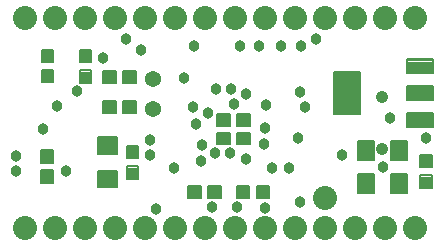
<source format=gbs>
G75*
G70*
%OFA0B0*%
%FSLAX24Y24*%
%IPPOS*%
%LPD*%
%AMOC8*
5,1,8,0,0,1.08239X$1,22.5*
%
%ADD10C,0.0067*%
%ADD11C,0.0068*%
%ADD12C,0.0070*%
%ADD13C,0.0065*%
%ADD14C,0.0414*%
%ADD15C,0.0800*%
%ADD16C,0.0540*%
%ADD17C,0.0380*%
D10*
X016171Y007411D02*
X016795Y007411D01*
X016795Y006867D01*
X016171Y006867D01*
X016171Y007411D01*
X016171Y006933D02*
X016795Y006933D01*
X016795Y006999D02*
X016171Y006999D01*
X016171Y007065D02*
X016795Y007065D01*
X016795Y007131D02*
X016171Y007131D01*
X016171Y007197D02*
X016795Y007197D01*
X016795Y007263D02*
X016171Y007263D01*
X016171Y007329D02*
X016795Y007329D01*
X016795Y007395D02*
X016171Y007395D01*
X016171Y008513D02*
X016795Y008513D01*
X016795Y007969D01*
X016171Y007969D01*
X016171Y008513D01*
X016171Y008035D02*
X016795Y008035D01*
X016795Y008101D02*
X016171Y008101D01*
X016171Y008167D02*
X016795Y008167D01*
X016795Y008233D02*
X016171Y008233D01*
X016171Y008299D02*
X016795Y008299D01*
X016795Y008365D02*
X016171Y008365D01*
X016171Y008431D02*
X016795Y008431D01*
X016795Y008497D02*
X016171Y008497D01*
X025354Y008402D02*
X025354Y007778D01*
X024810Y007778D01*
X024810Y008402D01*
X025354Y008402D01*
X025354Y007844D02*
X024810Y007844D01*
X024810Y007910D02*
X025354Y007910D01*
X025354Y007976D02*
X024810Y007976D01*
X024810Y008042D02*
X025354Y008042D01*
X025354Y008108D02*
X024810Y008108D01*
X024810Y008174D02*
X025354Y008174D01*
X025354Y008240D02*
X024810Y008240D01*
X024810Y008306D02*
X025354Y008306D01*
X025354Y008372D02*
X024810Y008372D01*
X026457Y008402D02*
X026457Y007778D01*
X025913Y007778D01*
X025913Y008402D01*
X026457Y008402D01*
X026457Y007844D02*
X025913Y007844D01*
X025913Y007910D02*
X026457Y007910D01*
X026457Y007976D02*
X025913Y007976D01*
X025913Y008042D02*
X026457Y008042D01*
X026457Y008108D02*
X025913Y008108D01*
X025913Y008174D02*
X026457Y008174D01*
X026457Y008240D02*
X025913Y008240D01*
X025913Y008306D02*
X026457Y008306D01*
X026457Y008372D02*
X025913Y008372D01*
X026457Y007302D02*
X026457Y006678D01*
X025913Y006678D01*
X025913Y007302D01*
X026457Y007302D01*
X026457Y006744D02*
X025913Y006744D01*
X025913Y006810D02*
X026457Y006810D01*
X026457Y006876D02*
X025913Y006876D01*
X025913Y006942D02*
X026457Y006942D01*
X026457Y007008D02*
X025913Y007008D01*
X025913Y007074D02*
X026457Y007074D01*
X026457Y007140D02*
X025913Y007140D01*
X025913Y007206D02*
X026457Y007206D01*
X026457Y007272D02*
X025913Y007272D01*
X025354Y007302D02*
X025354Y006678D01*
X024810Y006678D01*
X024810Y007302D01*
X025354Y007302D01*
X025354Y006744D02*
X024810Y006744D01*
X024810Y006810D02*
X025354Y006810D01*
X025354Y006876D02*
X024810Y006876D01*
X024810Y006942D02*
X025354Y006942D01*
X025354Y007008D02*
X024810Y007008D01*
X024810Y007074D02*
X025354Y007074D01*
X025354Y007140D02*
X024810Y007140D01*
X024810Y007206D02*
X025354Y007206D01*
X025354Y007272D02*
X024810Y007272D01*
D11*
X027276Y007267D02*
X027276Y006843D01*
X026890Y006843D01*
X026890Y007267D01*
X027276Y007267D01*
X027276Y006910D02*
X026890Y006910D01*
X026890Y006977D02*
X027276Y006977D01*
X027276Y007044D02*
X026890Y007044D01*
X026890Y007111D02*
X027276Y007111D01*
X027276Y007178D02*
X026890Y007178D01*
X026890Y007245D02*
X027276Y007245D01*
X027276Y007513D02*
X027276Y007937D01*
X027276Y007513D02*
X026890Y007513D01*
X026890Y007937D01*
X027276Y007937D01*
X027276Y007580D02*
X026890Y007580D01*
X026890Y007647D02*
X027276Y007647D01*
X027276Y007714D02*
X026890Y007714D01*
X026890Y007781D02*
X027276Y007781D01*
X027276Y007848D02*
X026890Y007848D01*
X026890Y007915D02*
X027276Y007915D01*
X021870Y006883D02*
X021446Y006883D01*
X021870Y006883D02*
X021870Y006497D01*
X021446Y006497D01*
X021446Y006883D01*
X021446Y006564D02*
X021870Y006564D01*
X021870Y006631D02*
X021446Y006631D01*
X021446Y006698D02*
X021870Y006698D01*
X021870Y006765D02*
X021446Y006765D01*
X021446Y006832D02*
X021870Y006832D01*
X021201Y006883D02*
X020777Y006883D01*
X021201Y006883D02*
X021201Y006497D01*
X020777Y006497D01*
X020777Y006883D01*
X020777Y006564D02*
X021201Y006564D01*
X021201Y006631D02*
X020777Y006631D01*
X020777Y006698D02*
X021201Y006698D01*
X021201Y006765D02*
X020777Y006765D01*
X020777Y006832D02*
X021201Y006832D01*
X020250Y006497D02*
X019826Y006497D01*
X019826Y006883D01*
X020250Y006883D01*
X020250Y006497D01*
X020250Y006564D02*
X019826Y006564D01*
X019826Y006631D02*
X020250Y006631D01*
X020250Y006698D02*
X019826Y006698D01*
X019826Y006765D02*
X020250Y006765D01*
X020250Y006832D02*
X019826Y006832D01*
X019581Y006497D02*
X019157Y006497D01*
X019157Y006883D01*
X019581Y006883D01*
X019581Y006497D01*
X019581Y006564D02*
X019157Y006564D01*
X019157Y006631D02*
X019581Y006631D01*
X019581Y006698D02*
X019157Y006698D01*
X019157Y006765D02*
X019581Y006765D01*
X019581Y006832D02*
X019157Y006832D01*
X017120Y007143D02*
X017120Y007567D01*
X017506Y007567D01*
X017506Y007143D01*
X017120Y007143D01*
X017120Y007210D02*
X017506Y007210D01*
X017506Y007277D02*
X017120Y007277D01*
X017120Y007344D02*
X017506Y007344D01*
X017506Y007411D02*
X017120Y007411D01*
X017120Y007478D02*
X017506Y007478D01*
X017506Y007545D02*
X017120Y007545D01*
X017120Y007813D02*
X017120Y008237D01*
X017506Y008237D01*
X017506Y007813D01*
X017120Y007813D01*
X017120Y007880D02*
X017506Y007880D01*
X017506Y007947D02*
X017120Y007947D01*
X017120Y008014D02*
X017506Y008014D01*
X017506Y008081D02*
X017120Y008081D01*
X017120Y008148D02*
X017506Y008148D01*
X017506Y008215D02*
X017120Y008215D01*
X014646Y008087D02*
X014646Y007663D01*
X014260Y007663D01*
X014260Y008087D01*
X014646Y008087D01*
X014646Y007730D02*
X014260Y007730D01*
X014260Y007797D02*
X014646Y007797D01*
X014646Y007864D02*
X014260Y007864D01*
X014260Y007931D02*
X014646Y007931D01*
X014646Y007998D02*
X014260Y007998D01*
X014260Y008065D02*
X014646Y008065D01*
X014646Y007417D02*
X014646Y006993D01*
X014260Y006993D01*
X014260Y007417D01*
X014646Y007417D01*
X014646Y007060D02*
X014260Y007060D01*
X014260Y007127D02*
X014646Y007127D01*
X014646Y007194D02*
X014260Y007194D01*
X014260Y007261D02*
X014646Y007261D01*
X014646Y007328D02*
X014260Y007328D01*
X014260Y007395D02*
X014646Y007395D01*
X016327Y009327D02*
X016751Y009327D01*
X016327Y009327D02*
X016327Y009713D01*
X016751Y009713D01*
X016751Y009327D01*
X016751Y009394D02*
X016327Y009394D01*
X016327Y009461D02*
X016751Y009461D01*
X016751Y009528D02*
X016327Y009528D01*
X016327Y009595D02*
X016751Y009595D01*
X016751Y009662D02*
X016327Y009662D01*
X016996Y009327D02*
X017420Y009327D01*
X016996Y009327D02*
X016996Y009713D01*
X017420Y009713D01*
X017420Y009327D01*
X017420Y009394D02*
X016996Y009394D01*
X016996Y009461D02*
X017420Y009461D01*
X017420Y009528D02*
X016996Y009528D01*
X016996Y009595D02*
X017420Y009595D01*
X017420Y009662D02*
X016996Y009662D01*
X016996Y010327D02*
X017420Y010327D01*
X016996Y010327D02*
X016996Y010713D01*
X017420Y010713D01*
X017420Y010327D01*
X017420Y010394D02*
X016996Y010394D01*
X016996Y010461D02*
X017420Y010461D01*
X017420Y010528D02*
X016996Y010528D01*
X016996Y010595D02*
X017420Y010595D01*
X017420Y010662D02*
X016996Y010662D01*
X016751Y010327D02*
X016327Y010327D01*
X016327Y010713D01*
X016751Y010713D01*
X016751Y010327D01*
X016751Y010394D02*
X016327Y010394D01*
X016327Y010461D02*
X016751Y010461D01*
X016751Y010528D02*
X016327Y010528D01*
X016327Y010595D02*
X016751Y010595D01*
X016751Y010662D02*
X016327Y010662D01*
X015926Y010767D02*
X015926Y010343D01*
X015540Y010343D01*
X015540Y010767D01*
X015926Y010767D01*
X015926Y010410D02*
X015540Y010410D01*
X015540Y010477D02*
X015926Y010477D01*
X015926Y010544D02*
X015540Y010544D01*
X015540Y010611D02*
X015926Y010611D01*
X015926Y010678D02*
X015540Y010678D01*
X015540Y010745D02*
X015926Y010745D01*
X015926Y011013D02*
X015926Y011437D01*
X015926Y011013D02*
X015540Y011013D01*
X015540Y011437D01*
X015926Y011437D01*
X015926Y011080D02*
X015540Y011080D01*
X015540Y011147D02*
X015926Y011147D01*
X015926Y011214D02*
X015540Y011214D01*
X015540Y011281D02*
X015926Y011281D01*
X015926Y011348D02*
X015540Y011348D01*
X015540Y011415D02*
X015926Y011415D01*
X014273Y011442D02*
X014273Y011018D01*
X014273Y011442D02*
X014659Y011442D01*
X014659Y011018D01*
X014273Y011018D01*
X014273Y011085D02*
X014659Y011085D01*
X014659Y011152D02*
X014273Y011152D01*
X014273Y011219D02*
X014659Y011219D01*
X014659Y011286D02*
X014273Y011286D01*
X014273Y011353D02*
X014659Y011353D01*
X014659Y011420D02*
X014273Y011420D01*
X014273Y010773D02*
X014273Y010349D01*
X014273Y010773D02*
X014659Y010773D01*
X014659Y010349D01*
X014273Y010349D01*
X014273Y010416D02*
X014659Y010416D01*
X014659Y010483D02*
X014273Y010483D01*
X014273Y010550D02*
X014659Y010550D01*
X014659Y010617D02*
X014273Y010617D01*
X014273Y010684D02*
X014659Y010684D01*
X014659Y010751D02*
X014273Y010751D01*
X020137Y009283D02*
X020561Y009283D01*
X020561Y008897D01*
X020137Y008897D01*
X020137Y009283D01*
X020137Y008964D02*
X020561Y008964D01*
X020561Y009031D02*
X020137Y009031D01*
X020137Y009098D02*
X020561Y009098D01*
X020561Y009165D02*
X020137Y009165D01*
X020137Y009232D02*
X020561Y009232D01*
X020806Y009283D02*
X021230Y009283D01*
X021230Y008897D01*
X020806Y008897D01*
X020806Y009283D01*
X020806Y008964D02*
X021230Y008964D01*
X021230Y009031D02*
X020806Y009031D01*
X020806Y009098D02*
X021230Y009098D01*
X021230Y009165D02*
X020806Y009165D01*
X020806Y009232D02*
X021230Y009232D01*
X021230Y008287D02*
X020806Y008287D01*
X020806Y008673D01*
X021230Y008673D01*
X021230Y008287D01*
X021230Y008354D02*
X020806Y008354D01*
X020806Y008421D02*
X021230Y008421D01*
X021230Y008488D02*
X020806Y008488D01*
X020806Y008555D02*
X021230Y008555D01*
X021230Y008622D02*
X020806Y008622D01*
X020561Y008287D02*
X020137Y008287D01*
X020137Y008673D01*
X020561Y008673D01*
X020561Y008287D01*
X020561Y008354D02*
X020137Y008354D01*
X020137Y008421D02*
X020561Y008421D01*
X020561Y008488D02*
X020137Y008488D01*
X020137Y008555D02*
X020561Y008555D01*
X020561Y008622D02*
X020137Y008622D01*
D12*
X026468Y008845D02*
X026468Y009315D01*
X027338Y009315D01*
X027338Y008845D01*
X026468Y008845D01*
X026468Y008914D02*
X027338Y008914D01*
X027338Y008983D02*
X026468Y008983D01*
X026468Y009052D02*
X027338Y009052D01*
X027338Y009121D02*
X026468Y009121D01*
X026468Y009190D02*
X027338Y009190D01*
X027338Y009259D02*
X026468Y009259D01*
X026468Y009755D02*
X026468Y010225D01*
X027338Y010225D01*
X027338Y009755D01*
X026468Y009755D01*
X026468Y009824D02*
X027338Y009824D01*
X027338Y009893D02*
X026468Y009893D01*
X026468Y009962D02*
X027338Y009962D01*
X027338Y010031D02*
X026468Y010031D01*
X026468Y010100D02*
X027338Y010100D01*
X027338Y010169D02*
X026468Y010169D01*
X026468Y010665D02*
X026468Y011135D01*
X027338Y011135D01*
X027338Y010665D01*
X026468Y010665D01*
X026468Y010734D02*
X027338Y010734D01*
X027338Y010803D02*
X026468Y010803D01*
X026468Y010872D02*
X027338Y010872D01*
X027338Y010941D02*
X026468Y010941D01*
X026468Y011010D02*
X027338Y011010D01*
X027338Y011079D02*
X026468Y011079D01*
D13*
X024032Y010696D02*
X024032Y009284D01*
X024032Y010696D02*
X024894Y010696D01*
X024894Y009284D01*
X024032Y009284D01*
X024032Y009348D02*
X024894Y009348D01*
X024894Y009412D02*
X024032Y009412D01*
X024032Y009476D02*
X024894Y009476D01*
X024894Y009540D02*
X024032Y009540D01*
X024032Y009604D02*
X024894Y009604D01*
X024894Y009668D02*
X024032Y009668D01*
X024032Y009732D02*
X024894Y009732D01*
X024894Y009796D02*
X024032Y009796D01*
X024032Y009860D02*
X024894Y009860D01*
X024894Y009924D02*
X024032Y009924D01*
X024032Y009988D02*
X024894Y009988D01*
X024894Y010052D02*
X024032Y010052D01*
X024032Y010116D02*
X024894Y010116D01*
X024894Y010180D02*
X024032Y010180D01*
X024032Y010244D02*
X024894Y010244D01*
X024894Y010308D02*
X024032Y010308D01*
X024032Y010372D02*
X024894Y010372D01*
X024894Y010436D02*
X024032Y010436D01*
X024032Y010500D02*
X024894Y010500D01*
X024894Y010564D02*
X024032Y010564D01*
X024032Y010628D02*
X024894Y010628D01*
X024894Y010692D02*
X024032Y010692D01*
D14*
X025633Y009856D03*
X025633Y008124D03*
D15*
X013733Y005490D03*
X014733Y005490D03*
X015733Y005490D03*
X016733Y005490D03*
X017733Y005490D03*
X018733Y005490D03*
X019733Y005490D03*
X020733Y005490D03*
X021733Y005490D03*
X022733Y005490D03*
X023733Y005490D03*
X024733Y005490D03*
X025733Y005490D03*
X026733Y005490D03*
X023733Y006490D03*
X023733Y012490D03*
X024733Y012490D03*
X025733Y012490D03*
X026733Y012490D03*
X022733Y012490D03*
X021733Y012490D03*
X020733Y012490D03*
X019733Y012490D03*
X018733Y012490D03*
X017733Y012490D03*
X016733Y012490D03*
X015733Y012490D03*
X014733Y012490D03*
X013733Y012490D03*
D16*
X017973Y010470D03*
X017973Y009470D03*
D17*
X019333Y009520D03*
X019823Y009320D03*
X019433Y008950D03*
X020693Y009630D03*
X021073Y009970D03*
X020583Y010130D03*
X020083Y010130D03*
X019033Y010490D03*
X017573Y011440D03*
X017093Y011780D03*
X016323Y011160D03*
X015443Y010070D03*
X014803Y009560D03*
X014323Y008810D03*
X013433Y007880D03*
X013433Y007380D03*
X015103Y007410D03*
X017873Y007930D03*
X018673Y007480D03*
X019603Y007740D03*
X020063Y007980D03*
X020563Y007980D03*
X021073Y007800D03*
X021673Y008290D03*
X021713Y008840D03*
X022823Y008510D03*
X024303Y007930D03*
X025643Y007530D03*
X027093Y008480D03*
X025873Y009160D03*
X023053Y009530D03*
X022873Y010020D03*
X021743Y009600D03*
X019633Y008250D03*
X017873Y008430D03*
X021953Y007490D03*
X022533Y007490D03*
X022903Y006360D03*
X021733Y006170D03*
X020783Y006180D03*
X019963Y006180D03*
X018093Y006130D03*
X019343Y011570D03*
X020883Y011570D03*
X021513Y011570D03*
X022263Y011570D03*
X022933Y011570D03*
X023413Y011790D03*
M02*

</source>
